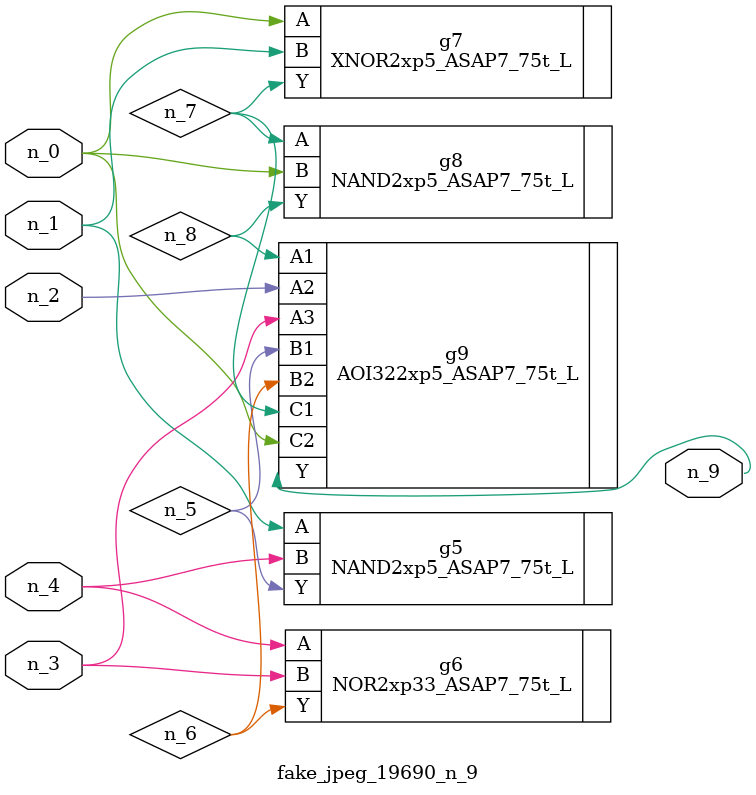
<source format=v>
module fake_jpeg_19690_n_9 (n_3, n_2, n_1, n_0, n_4, n_9);

input n_3;
input n_2;
input n_1;
input n_0;
input n_4;

output n_9;

wire n_8;
wire n_6;
wire n_5;
wire n_7;

NAND2xp5_ASAP7_75t_L g5 ( 
.A(n_1),
.B(n_4),
.Y(n_5)
);

NOR2xp33_ASAP7_75t_L g6 ( 
.A(n_4),
.B(n_3),
.Y(n_6)
);

XNOR2xp5_ASAP7_75t_L g7 ( 
.A(n_0),
.B(n_1),
.Y(n_7)
);

NAND2xp5_ASAP7_75t_L g8 ( 
.A(n_7),
.B(n_0),
.Y(n_8)
);

AOI322xp5_ASAP7_75t_L g9 ( 
.A1(n_8),
.A2(n_2),
.A3(n_3),
.B1(n_5),
.B2(n_6),
.C1(n_7),
.C2(n_0),
.Y(n_9)
);


endmodule
</source>
